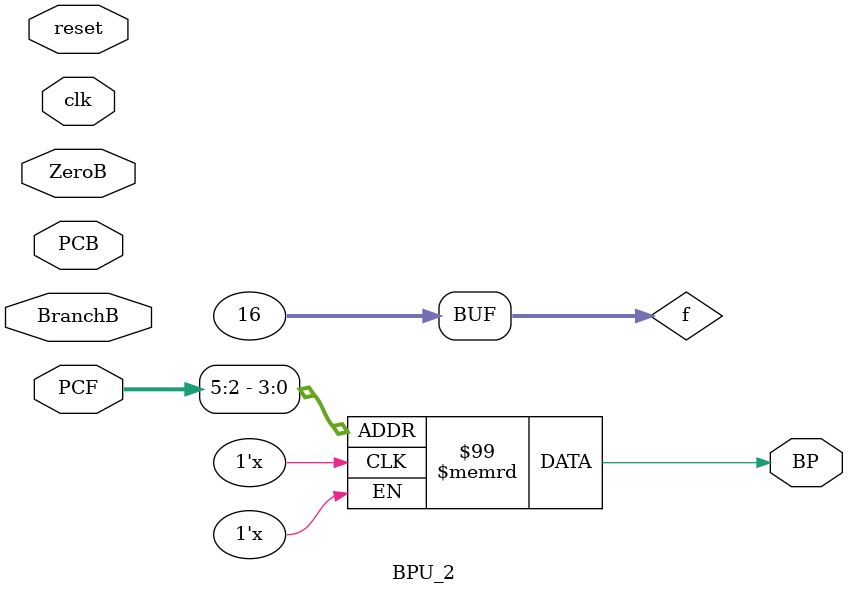
<source format=sv>
module BPU_2 #(parameter MEM_SIZE = 4)
          (input  logic        clk, reset,
           input  logic        BranchB,
           input  logic        ZeroB,
           input  logic [31:0] PCF, PCB,
           output logic        BP
           );

logic Zero_ST   [2**MEM_SIZE - 1:0];
logic BP_ST     [2**MEM_SIZE - 1:0];
logic Branch_ST [2**MEM_SIZE - 1:0];
integer f = 0;
always_comb
    begin
        //integer i;
        for(f=0; f < 2**MEM_SIZE; f = f + 1)
            begin
                Zero_ST[f] = (f == PCB[MEM_SIZE+1:2]) ? ZeroB : 0; //òàê ñ êàéôîì
                Branch_ST[f] = (f == PCB[MEM_SIZE+1:2]) ? BranchB : 0;
            end
    end

genvar i;
generate
    for(i = 0; i < 2**MEM_SIZE; i = i + 1)
        begin
            satcount_2bit fsm(.clk(clk), .reset(reset), .Zero(Zero_ST[i]), .BP(BP_ST[i]), .Branch(Branch_ST[i]));
        end
endgenerate

assign BP = BP_ST[PCF[MEM_SIZE+1:2]];

endmodule
</source>
